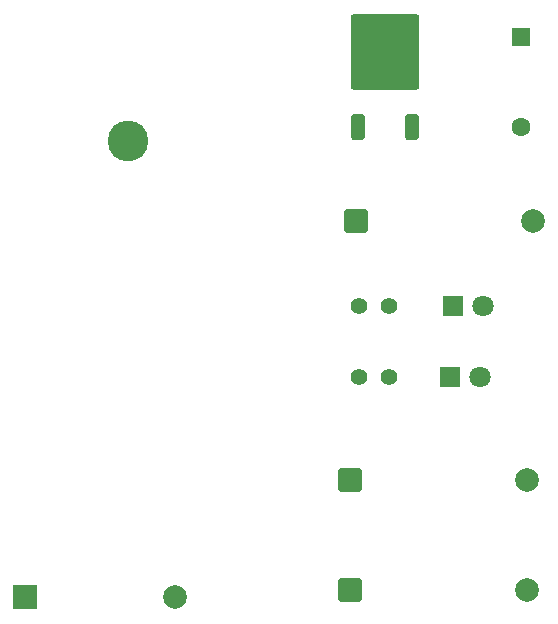
<source format=gbr>
%TF.GenerationSoftware,KiCad,Pcbnew,9.0.7*%
%TF.CreationDate,2026-01-04T10:47:51+09:00*%
%TF.ProjectId,PCB,5043422e-6b69-4636-9164-5f7063625858,rev?*%
%TF.SameCoordinates,Original*%
%TF.FileFunction,Soldermask,Top*%
%TF.FilePolarity,Negative*%
%FSLAX46Y46*%
G04 Gerber Fmt 4.6, Leading zero omitted, Abs format (unit mm)*
G04 Created by KiCad (PCBNEW 9.0.7) date 2026-01-04 10:47:51*
%MOMM*%
%LPD*%
G01*
G04 APERTURE LIST*
G04 Aperture macros list*
%AMRoundRect*
0 Rectangle with rounded corners*
0 $1 Rounding radius*
0 $2 $3 $4 $5 $6 $7 $8 $9 X,Y pos of 4 corners*
0 Add a 4 corners polygon primitive as box body*
4,1,4,$2,$3,$4,$5,$6,$7,$8,$9,$2,$3,0*
0 Add four circle primitives for the rounded corners*
1,1,$1+$1,$2,$3*
1,1,$1+$1,$4,$5*
1,1,$1+$1,$6,$7*
1,1,$1+$1,$8,$9*
0 Add four rect primitives between the rounded corners*
20,1,$1+$1,$2,$3,$4,$5,0*
20,1,$1+$1,$4,$5,$6,$7,0*
20,1,$1+$1,$6,$7,$8,$9,0*
20,1,$1+$1,$8,$9,$2,$3,0*%
G04 Aperture macros list end*
%ADD10RoundRect,0.250000X0.350000X-0.850000X0.350000X0.850000X-0.350000X0.850000X-0.350000X-0.850000X0*%
%ADD11RoundRect,0.249997X2.650003X-2.950003X2.650003X2.950003X-2.650003X2.950003X-2.650003X-2.950003X0*%
%ADD12RoundRect,0.250000X-0.550000X0.550000X-0.550000X-0.550000X0.550000X-0.550000X0.550000X0.550000X0*%
%ADD13C,1.600000*%
%ADD14C,1.400000*%
%ADD15R,1.800000X1.800000*%
%ADD16C,1.800000*%
%ADD17RoundRect,0.250000X-0.750000X-0.750000X0.750000X-0.750000X0.750000X0.750000X-0.750000X0.750000X0*%
%ADD18C,2.000000*%
%ADD19C,3.450000*%
%ADD20R,2.000000X2.000000*%
G04 APERTURE END LIST*
D10*
%TO.C,U1*%
X74720000Y-81800000D03*
D11*
X77000000Y-75500000D03*
D10*
X79280000Y-81800000D03*
%TD*%
D12*
%TO.C,SW1*%
X88512500Y-74232500D03*
D13*
X88512500Y-81852500D03*
%TD*%
D14*
%TO.C,R2*%
X74780000Y-103000000D03*
X77320000Y-103000000D03*
%TD*%
%TO.C,R1*%
X74780000Y-97000000D03*
X77320000Y-97000000D03*
%TD*%
D15*
%TO.C,D2*%
X82460000Y-103000000D03*
D16*
X85000000Y-103000000D03*
%TD*%
D15*
%TO.C,D1*%
X82730000Y-97000000D03*
D16*
X85270000Y-97000000D03*
%TD*%
D17*
%TO.C,C3*%
X74000000Y-121000000D03*
D18*
X89000000Y-121000000D03*
%TD*%
D17*
%TO.C,C2*%
X74000000Y-111742500D03*
D18*
X89000000Y-111742500D03*
%TD*%
D17*
%TO.C,C1*%
X74500000Y-89742500D03*
D18*
X89500000Y-89742500D03*
%TD*%
D19*
%TO.C,BT1*%
X55200000Y-83030000D03*
D20*
X46500000Y-121640000D03*
D18*
X59200000Y-121640000D03*
%TD*%
M02*

</source>
